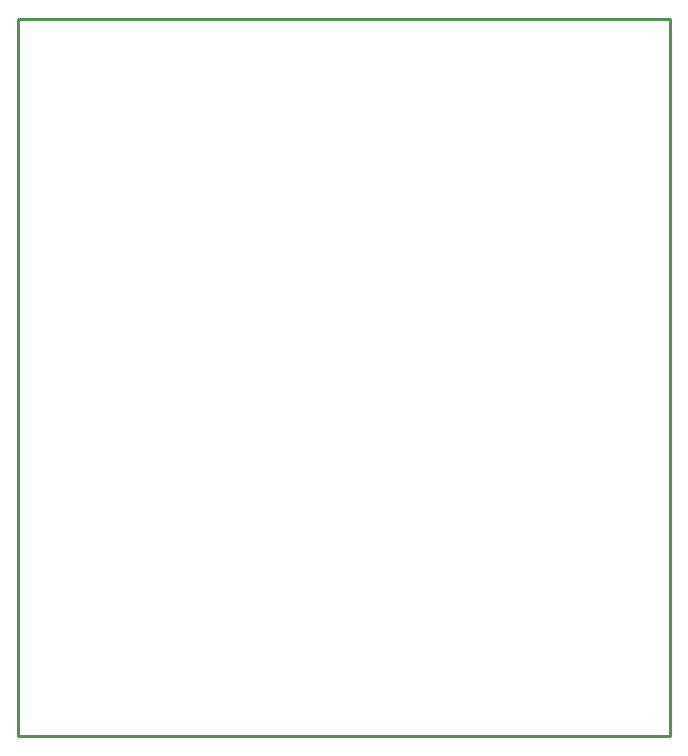
<source format=gko>
G04*
G04 #@! TF.GenerationSoftware,Altium Limited,Altium Designer,18.1.7 (191)*
G04*
G04 Layer_Color=16711935*
%FSLAX25Y25*%
%MOIN*%
G70*
G01*
G75*
%ADD14C,0.01000*%
D14*
X100000Y261500D02*
Y500500D01*
X317500D01*
Y261500D02*
Y500500D01*
X100000Y261500D02*
X317500D01*
M02*

</source>
